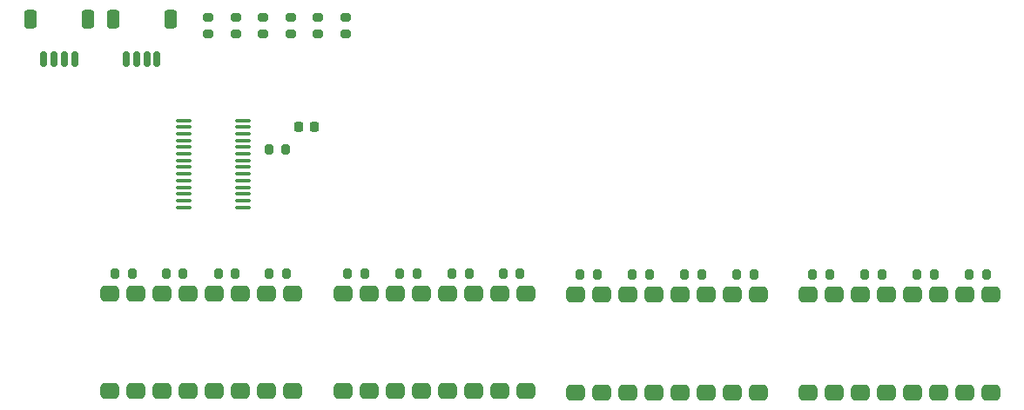
<source format=gtp>
%TF.GenerationSoftware,KiCad,Pcbnew,(6.0.0)*%
%TF.CreationDate,2023-01-31T14:33:53-05:00*%
%TF.ProjectId,i2c 24vout,69326320-3234-4766-9f75-742e6b696361,rev?*%
%TF.SameCoordinates,Original*%
%TF.FileFunction,Paste,Top*%
%TF.FilePolarity,Positive*%
%FSLAX46Y46*%
G04 Gerber Fmt 4.6, Leading zero omitted, Abs format (unit mm)*
G04 Created by KiCad (PCBNEW (6.0.0)) date 2023-01-31 14:33:53*
%MOMM*%
%LPD*%
G01*
G04 APERTURE LIST*
G04 Aperture macros list*
%AMRoundRect*
0 Rectangle with rounded corners*
0 $1 Rounding radius*
0 $2 $3 $4 $5 $6 $7 $8 $9 X,Y pos of 4 corners*
0 Add a 4 corners polygon primitive as box body*
4,1,4,$2,$3,$4,$5,$6,$7,$8,$9,$2,$3,0*
0 Add four circle primitives for the rounded corners*
1,1,$1+$1,$2,$3*
1,1,$1+$1,$4,$5*
1,1,$1+$1,$6,$7*
1,1,$1+$1,$8,$9*
0 Add four rect primitives between the rounded corners*
20,1,$1+$1,$2,$3,$4,$5,0*
20,1,$1+$1,$4,$5,$6,$7,0*
20,1,$1+$1,$6,$7,$8,$9,0*
20,1,$1+$1,$8,$9,$2,$3,0*%
G04 Aperture macros list end*
%ADD10RoundRect,0.200000X0.200000X0.275000X-0.200000X0.275000X-0.200000X-0.275000X0.200000X-0.275000X0*%
%ADD11RoundRect,0.334400X-0.555600X0.425600X-0.555600X-0.425600X0.555600X-0.425600X0.555600X0.425600X0*%
%ADD12RoundRect,0.200000X0.275000X-0.200000X0.275000X0.200000X-0.275000X0.200000X-0.275000X-0.200000X0*%
%ADD13RoundRect,0.150000X0.150000X0.625000X-0.150000X0.625000X-0.150000X-0.625000X0.150000X-0.625000X0*%
%ADD14RoundRect,0.250000X0.350000X0.650000X-0.350000X0.650000X-0.350000X-0.650000X0.350000X-0.650000X0*%
%ADD15RoundRect,0.225000X-0.225000X-0.250000X0.225000X-0.250000X0.225000X0.250000X-0.225000X0.250000X0*%
%ADD16RoundRect,0.200000X-0.200000X-0.275000X0.200000X-0.275000X0.200000X0.275000X-0.200000X0.275000X0*%
%ADD17RoundRect,0.100000X-0.637500X-0.100000X0.637500X-0.100000X0.637500X0.100000X-0.637500X0.100000X0*%
G04 APERTURE END LIST*
D10*
%TO.C,R9*%
X154535000Y-106847000D03*
X152885000Y-106847000D03*
%TD*%
D11*
%TO.C,U1*%
X124881000Y-108702000D03*
X122341000Y-108702000D03*
X119801000Y-108702000D03*
X117261000Y-108702000D03*
X114721000Y-108702000D03*
X112181000Y-108702000D03*
X109641000Y-108702000D03*
X107101000Y-108702000D03*
X107101000Y-118222000D03*
X109641000Y-118222000D03*
X112181000Y-118222000D03*
X114721000Y-118222000D03*
X117261000Y-118222000D03*
X119801000Y-118222000D03*
X122341000Y-118222000D03*
X124881000Y-118222000D03*
%TD*%
%TO.C,U4*%
X192826000Y-108818000D03*
X190286000Y-108818000D03*
X187746000Y-108818000D03*
X185206000Y-108818000D03*
X182666000Y-108818000D03*
X180126000Y-108818000D03*
X177586000Y-108818000D03*
X175046000Y-108818000D03*
X175046000Y-118338000D03*
X177586000Y-118338000D03*
X180126000Y-118338000D03*
X182666000Y-118338000D03*
X185206000Y-118338000D03*
X187746000Y-118338000D03*
X190286000Y-118338000D03*
X192826000Y-118338000D03*
%TD*%
D12*
%TO.C,R33*%
X116713000Y-83405000D03*
X116713000Y-81755000D03*
%TD*%
D10*
%TO.C,R5*%
X131929000Y-106720000D03*
X130279000Y-106720000D03*
%TD*%
%TO.C,R2*%
X114276000Y-106720000D03*
X112626000Y-106720000D03*
%TD*%
%TO.C,R12*%
X169775000Y-106847000D03*
X168125000Y-106847000D03*
%TD*%
%TO.C,R3*%
X119356000Y-106720000D03*
X117706000Y-106720000D03*
%TD*%
D13*
%TO.C,J7*%
X111736000Y-85820000D03*
X110736000Y-85820000D03*
X109736000Y-85820000D03*
X108736000Y-85820000D03*
D14*
X113036000Y-81945000D03*
X107436000Y-81945000D03*
%TD*%
D15*
%TO.C,C17*%
X125463000Y-92456000D03*
X127013000Y-92456000D03*
%TD*%
D10*
%TO.C,R11*%
X164695000Y-106847000D03*
X163045000Y-106847000D03*
%TD*%
%TO.C,R4*%
X124309000Y-106720000D03*
X122659000Y-106720000D03*
%TD*%
D12*
%TO.C,R38*%
X130048000Y-83390000D03*
X130048000Y-81740000D03*
%TD*%
D16*
%TO.C,R39*%
X122583000Y-94655000D03*
X124233000Y-94655000D03*
%TD*%
D10*
%TO.C,R10*%
X159615000Y-106847000D03*
X157965000Y-106847000D03*
%TD*%
%TO.C,R14*%
X182221000Y-106847000D03*
X180571000Y-106847000D03*
%TD*%
D17*
%TO.C,U5*%
X114322500Y-91834000D03*
X114322500Y-92484000D03*
X114322500Y-93134000D03*
X114322500Y-93784000D03*
X114322500Y-94434000D03*
X114322500Y-95084000D03*
X114322500Y-95734000D03*
X114322500Y-96384000D03*
X114322500Y-97034000D03*
X114322500Y-97684000D03*
X114322500Y-98334000D03*
X114322500Y-98984000D03*
X114322500Y-99634000D03*
X114322500Y-100284000D03*
X120047500Y-100284000D03*
X120047500Y-99634000D03*
X120047500Y-98984000D03*
X120047500Y-98334000D03*
X120047500Y-97684000D03*
X120047500Y-97034000D03*
X120047500Y-96384000D03*
X120047500Y-95734000D03*
X120047500Y-95084000D03*
X120047500Y-94434000D03*
X120047500Y-93784000D03*
X120047500Y-93134000D03*
X120047500Y-92484000D03*
X120047500Y-91834000D03*
%TD*%
D12*
%TO.C,R37*%
X127381000Y-83405000D03*
X127381000Y-81755000D03*
%TD*%
D10*
%TO.C,R8*%
X147042000Y-106720000D03*
X145392000Y-106720000D03*
%TD*%
D13*
%TO.C,J8*%
X103735000Y-85820000D03*
X102735000Y-85820000D03*
X101735000Y-85820000D03*
X100735000Y-85820000D03*
D14*
X99435000Y-81945000D03*
X105035000Y-81945000D03*
%TD*%
D10*
%TO.C,R1*%
X109323000Y-106720000D03*
X107673000Y-106720000D03*
%TD*%
D12*
%TO.C,R36*%
X124714000Y-83390000D03*
X124714000Y-81740000D03*
%TD*%
D10*
%TO.C,R16*%
X192381000Y-106847000D03*
X190731000Y-106847000D03*
%TD*%
D12*
%TO.C,R35*%
X122047000Y-83390000D03*
X122047000Y-81740000D03*
%TD*%
D11*
%TO.C,U2*%
X147614000Y-108702000D03*
X145074000Y-108702000D03*
X142534000Y-108702000D03*
X139994000Y-108702000D03*
X137454000Y-108702000D03*
X134914000Y-108702000D03*
X132374000Y-108702000D03*
X129834000Y-108702000D03*
X129834000Y-118222000D03*
X132374000Y-118222000D03*
X134914000Y-118222000D03*
X137454000Y-118222000D03*
X139994000Y-118222000D03*
X142534000Y-118222000D03*
X145074000Y-118222000D03*
X147614000Y-118222000D03*
%TD*%
%TO.C,U3*%
X170220000Y-108818000D03*
X167680000Y-108818000D03*
X165140000Y-108818000D03*
X162600000Y-108818000D03*
X160060000Y-108818000D03*
X157520000Y-108818000D03*
X154980000Y-108818000D03*
X152440000Y-108818000D03*
X152440000Y-118338000D03*
X154980000Y-118338000D03*
X157520000Y-118338000D03*
X160060000Y-118338000D03*
X162600000Y-118338000D03*
X165140000Y-118338000D03*
X167680000Y-118338000D03*
X170220000Y-118338000D03*
%TD*%
D10*
%TO.C,R13*%
X177141000Y-106847000D03*
X175491000Y-106847000D03*
%TD*%
%TO.C,R7*%
X142089000Y-106720000D03*
X140439000Y-106720000D03*
%TD*%
%TO.C,R6*%
X137009000Y-106720000D03*
X135359000Y-106720000D03*
%TD*%
D12*
%TO.C,R34*%
X119380000Y-83390000D03*
X119380000Y-81740000D03*
%TD*%
D10*
%TO.C,R15*%
X187301000Y-106847000D03*
X185651000Y-106847000D03*
%TD*%
M02*

</source>
